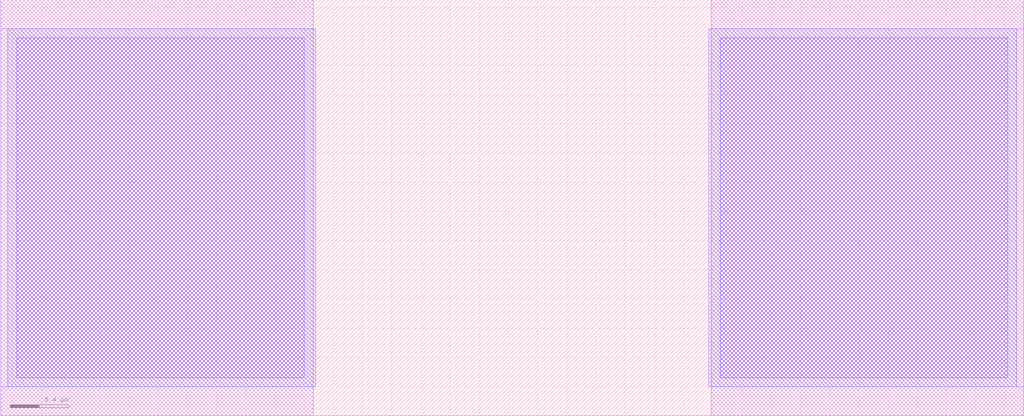
<source format=lef>
# Copyright 2020 The SkyWater PDK Authors
#
# Licensed under the Apache License, Version 2.0 (the "License");
# you may not use this file except in compliance with the License.
# You may obtain a copy of the License at
#
#     https://www.apache.org/licenses/LICENSE-2.0
#
# Unless required by applicable law or agreed to in writing, software
# distributed under the License is distributed on an "AS IS" BASIS,
# WITHOUT WARRANTIES OR CONDITIONS OF ANY KIND, either express or implied.
# See the License for the specific language governing permissions and
# limitations under the License.
#
# SPDX-License-Identifier: Apache-2.0

VERSION 5.7 ;
  NOWIREEXTENSIONATPIN ON ;
  DIVIDERCHAR "/" ;
  BUSBITCHARS "[]" ;
MACRO sky130_fd_pr__res_high_po_2p85__example1
  CLASS BLOCK ;
  FOREIGN sky130_fd_pr__res_high_po_2p85__example1 ;
  ORIGIN  2.080000  0.000000 ;
  SIZE  7.010000 BY  2.850000 ;
  OBS
    LAYER li1 ;
      RECT -2.080000 0.000000 0.060000 0.200000 ;
      RECT -2.080000 0.200000 0.080000 2.650000 ;
      RECT -2.080000 2.650000 0.060000 2.850000 ;
      RECT  2.770000 0.200000 4.930000 2.650000 ;
      RECT  2.790000 0.000000 4.930000 0.200000 ;
      RECT  2.790000 2.650000 4.930000 2.850000 ;
    LAYER mcon ;
      RECT -1.970000 0.260000 0.000000 2.590000 ;
      RECT  2.850000 0.260000 4.820000 2.590000 ;
    LAYER met1 ;
      RECT -2.030000 0.200000 0.060000 2.650000 ;
      RECT  2.790000 0.200000 4.880000 2.650000 ;
  END
END sky130_fd_pr__res_high_po_2p85__example1
END LIBRARY

</source>
